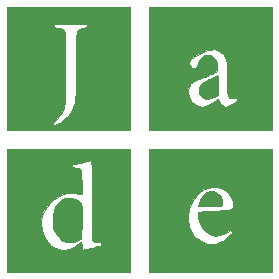
<source format=gbr>
%TF.GenerationSoftware,KiCad,Pcbnew,(5.1.6-0-10_14)*%
%TF.CreationDate,2020-10-01T11:44:37+02:00*%
%TF.ProjectId,bottom-plate,626f7474-6f6d-42d7-906c-6174652e6b69,rev?*%
%TF.SameCoordinates,Original*%
%TF.FileFunction,Legend,Top*%
%TF.FilePolarity,Positive*%
%FSLAX46Y46*%
G04 Gerber Fmt 4.6, Leading zero omitted, Abs format (unit mm)*
G04 Created by KiCad (PCBNEW (5.1.6-0-10_14)) date 2020-10-01 11:44:37*
%MOMM*%
%LPD*%
G01*
G04 APERTURE LIST*
%ADD10C,0.010000*%
G04 APERTURE END LIST*
D10*
%TO.C,G\u002A\u002A\u002A*%
G36*
X46228000Y-57107666D02*
G01*
X35771666Y-57107666D01*
X35771666Y-53017811D01*
X38692666Y-53017811D01*
X38730701Y-53458689D01*
X38841339Y-53869977D01*
X39019384Y-54244018D01*
X39259637Y-54573152D01*
X39556902Y-54849722D01*
X39905980Y-55066071D01*
X40152613Y-55168852D01*
X40472467Y-55236443D01*
X40796619Y-55219482D01*
X40978458Y-55173566D01*
X41104391Y-55122857D01*
X41278106Y-55039516D01*
X41475500Y-54935636D01*
X41650069Y-54836590D01*
X42100500Y-54571047D01*
X42112857Y-54911872D01*
X42120884Y-55080499D01*
X42132563Y-55179449D01*
X42151970Y-55223707D01*
X42183178Y-55228263D01*
X42197524Y-55223300D01*
X42268163Y-55201112D01*
X42402988Y-55164007D01*
X42583790Y-55116566D01*
X42792363Y-55063367D01*
X43010501Y-55008990D01*
X43219996Y-54958015D01*
X43402642Y-54915020D01*
X43540232Y-54884585D01*
X43561000Y-54880357D01*
X43678248Y-54851814D01*
X43734011Y-54815121D01*
X43750723Y-54750882D01*
X43751500Y-54715643D01*
X43748092Y-54649192D01*
X43725652Y-54608904D01*
X43665851Y-54584978D01*
X43550362Y-54567613D01*
X43455166Y-54557169D01*
X43284362Y-54533419D01*
X43172977Y-54500802D01*
X43095766Y-54450297D01*
X43063583Y-54417225D01*
X42968333Y-54308945D01*
X42968333Y-50966972D01*
X42968289Y-50356775D01*
X42968068Y-49825746D01*
X42967535Y-49368387D01*
X42966556Y-48979200D01*
X42964995Y-48652687D01*
X42962717Y-48383350D01*
X42959589Y-48165690D01*
X42955474Y-47994209D01*
X42950240Y-47863409D01*
X42943750Y-47767791D01*
X42935869Y-47701858D01*
X42926464Y-47660111D01*
X42915400Y-47637053D01*
X42902541Y-47627184D01*
X42887753Y-47625006D01*
X42886422Y-47625000D01*
X42781890Y-47640096D01*
X42702825Y-47663661D01*
X42621966Y-47687598D01*
X42478074Y-47723944D01*
X42291078Y-47768202D01*
X42080907Y-47815874D01*
X41867491Y-47862463D01*
X41670758Y-47903473D01*
X41510637Y-47934405D01*
X41476083Y-47940478D01*
X41371088Y-47966435D01*
X41326299Y-48010600D01*
X41317333Y-48087707D01*
X41322865Y-48155975D01*
X41352902Y-48195650D01*
X41427601Y-48219206D01*
X41560705Y-48238318D01*
X41802359Y-48286570D01*
X41970699Y-48360903D01*
X42061558Y-48459475D01*
X42061577Y-48459517D01*
X42072279Y-48522321D01*
X42083089Y-48656674D01*
X42093366Y-48849460D01*
X42102469Y-49087566D01*
X42109759Y-49357875D01*
X42112567Y-49503572D01*
X42128718Y-50471977D01*
X41987609Y-50445970D01*
X41482076Y-50390554D01*
X41003139Y-50415469D01*
X40551064Y-50520636D01*
X40126119Y-50705975D01*
X39728570Y-50971404D01*
X39470707Y-51200878D01*
X39159066Y-51559583D01*
X38928215Y-51941114D01*
X38776345Y-52349695D01*
X38701645Y-52789549D01*
X38692666Y-53017811D01*
X35771666Y-53017811D01*
X35771666Y-46651333D01*
X46228000Y-46651333D01*
X46228000Y-57107666D01*
G37*
X46228000Y-57107666D02*
X35771666Y-57107666D01*
X35771666Y-53017811D01*
X38692666Y-53017811D01*
X38730701Y-53458689D01*
X38841339Y-53869977D01*
X39019384Y-54244018D01*
X39259637Y-54573152D01*
X39556902Y-54849722D01*
X39905980Y-55066071D01*
X40152613Y-55168852D01*
X40472467Y-55236443D01*
X40796619Y-55219482D01*
X40978458Y-55173566D01*
X41104391Y-55122857D01*
X41278106Y-55039516D01*
X41475500Y-54935636D01*
X41650069Y-54836590D01*
X42100500Y-54571047D01*
X42112857Y-54911872D01*
X42120884Y-55080499D01*
X42132563Y-55179449D01*
X42151970Y-55223707D01*
X42183178Y-55228263D01*
X42197524Y-55223300D01*
X42268163Y-55201112D01*
X42402988Y-55164007D01*
X42583790Y-55116566D01*
X42792363Y-55063367D01*
X43010501Y-55008990D01*
X43219996Y-54958015D01*
X43402642Y-54915020D01*
X43540232Y-54884585D01*
X43561000Y-54880357D01*
X43678248Y-54851814D01*
X43734011Y-54815121D01*
X43750723Y-54750882D01*
X43751500Y-54715643D01*
X43748092Y-54649192D01*
X43725652Y-54608904D01*
X43665851Y-54584978D01*
X43550362Y-54567613D01*
X43455166Y-54557169D01*
X43284362Y-54533419D01*
X43172977Y-54500802D01*
X43095766Y-54450297D01*
X43063583Y-54417225D01*
X42968333Y-54308945D01*
X42968333Y-50966972D01*
X42968289Y-50356775D01*
X42968068Y-49825746D01*
X42967535Y-49368387D01*
X42966556Y-48979200D01*
X42964995Y-48652687D01*
X42962717Y-48383350D01*
X42959589Y-48165690D01*
X42955474Y-47994209D01*
X42950240Y-47863409D01*
X42943750Y-47767791D01*
X42935869Y-47701858D01*
X42926464Y-47660111D01*
X42915400Y-47637053D01*
X42902541Y-47627184D01*
X42887753Y-47625006D01*
X42886422Y-47625000D01*
X42781890Y-47640096D01*
X42702825Y-47663661D01*
X42621966Y-47687598D01*
X42478074Y-47723944D01*
X42291078Y-47768202D01*
X42080907Y-47815874D01*
X41867491Y-47862463D01*
X41670758Y-47903473D01*
X41510637Y-47934405D01*
X41476083Y-47940478D01*
X41371088Y-47966435D01*
X41326299Y-48010600D01*
X41317333Y-48087707D01*
X41322865Y-48155975D01*
X41352902Y-48195650D01*
X41427601Y-48219206D01*
X41560705Y-48238318D01*
X41802359Y-48286570D01*
X41970699Y-48360903D01*
X42061558Y-48459475D01*
X42061577Y-48459517D01*
X42072279Y-48522321D01*
X42083089Y-48656674D01*
X42093366Y-48849460D01*
X42102469Y-49087566D01*
X42109759Y-49357875D01*
X42112567Y-49503572D01*
X42128718Y-50471977D01*
X41987609Y-50445970D01*
X41482076Y-50390554D01*
X41003139Y-50415469D01*
X40551064Y-50520636D01*
X40126119Y-50705975D01*
X39728570Y-50971404D01*
X39470707Y-51200878D01*
X39159066Y-51559583D01*
X38928215Y-51941114D01*
X38776345Y-52349695D01*
X38701645Y-52789549D01*
X38692666Y-53017811D01*
X35771666Y-53017811D01*
X35771666Y-46651333D01*
X46228000Y-46651333D01*
X46228000Y-57107666D01*
G36*
X58250666Y-57107666D02*
G01*
X47794333Y-57107666D01*
X47794333Y-52408666D01*
X51122738Y-52408666D01*
X51131837Y-52751032D01*
X51170774Y-53042470D01*
X51245608Y-53313313D01*
X51357388Y-53583257D01*
X51553478Y-53911295D01*
X51804657Y-54190121D01*
X52099513Y-54414713D01*
X52426637Y-54580049D01*
X52774616Y-54681107D01*
X53132040Y-54712868D01*
X53487498Y-54670308D01*
X53689033Y-54609302D01*
X53850986Y-54539871D01*
X54025796Y-54452769D01*
X54091200Y-54416377D01*
X54195603Y-54345503D01*
X54327263Y-54241954D01*
X54471000Y-54119554D01*
X54611632Y-53992131D01*
X54733978Y-53873509D01*
X54822858Y-53777514D01*
X54863090Y-53717973D01*
X54864000Y-53712565D01*
X54842746Y-53653474D01*
X54795585Y-53571273D01*
X54727170Y-53466859D01*
X54575266Y-53600232D01*
X54353795Y-53754668D01*
X54081406Y-53882955D01*
X53791144Y-53969854D01*
X53760236Y-53976100D01*
X53442025Y-53995757D01*
X53127883Y-53937974D01*
X52830377Y-53809550D01*
X52562074Y-53617282D01*
X52335543Y-53367970D01*
X52190305Y-53126833D01*
X52119613Y-52950503D01*
X52051824Y-52728584D01*
X51994662Y-52492630D01*
X51955853Y-52274197D01*
X51943000Y-52116711D01*
X51943412Y-52074594D01*
X51950530Y-52040887D01*
X51973178Y-52014115D01*
X52020179Y-51992802D01*
X52100355Y-51975473D01*
X52222529Y-51960650D01*
X52395525Y-51946858D01*
X52628166Y-51932621D01*
X52929275Y-51916463D01*
X53234166Y-51900709D01*
X53641877Y-51878891D01*
X53973503Y-51859010D01*
X54237571Y-51839931D01*
X54442608Y-51820523D01*
X54597139Y-51799653D01*
X54709692Y-51776188D01*
X54788793Y-51748994D01*
X54842968Y-51716940D01*
X54878018Y-51682313D01*
X54930768Y-51556119D01*
X54939362Y-51372285D01*
X54904807Y-51144790D01*
X54828105Y-50887612D01*
X54819173Y-50863500D01*
X54694118Y-50624881D01*
X54509133Y-50389940D01*
X54286296Y-50180751D01*
X54047685Y-50019387D01*
X53912644Y-49957107D01*
X53566688Y-49871931D01*
X53209615Y-49866350D01*
X52850289Y-49937685D01*
X52497575Y-50083256D01*
X52160338Y-50300383D01*
X51853999Y-50579376D01*
X51555949Y-50949613D01*
X51337788Y-51342765D01*
X51196585Y-51766156D01*
X51129415Y-52227111D01*
X51122738Y-52408666D01*
X47794333Y-52408666D01*
X47794333Y-46651333D01*
X58250666Y-46651333D01*
X58250666Y-57107666D01*
G37*
X58250666Y-57107666D02*
X47794333Y-57107666D01*
X47794333Y-52408666D01*
X51122738Y-52408666D01*
X51131837Y-52751032D01*
X51170774Y-53042470D01*
X51245608Y-53313313D01*
X51357388Y-53583257D01*
X51553478Y-53911295D01*
X51804657Y-54190121D01*
X52099513Y-54414713D01*
X52426637Y-54580049D01*
X52774616Y-54681107D01*
X53132040Y-54712868D01*
X53487498Y-54670308D01*
X53689033Y-54609302D01*
X53850986Y-54539871D01*
X54025796Y-54452769D01*
X54091200Y-54416377D01*
X54195603Y-54345503D01*
X54327263Y-54241954D01*
X54471000Y-54119554D01*
X54611632Y-53992131D01*
X54733978Y-53873509D01*
X54822858Y-53777514D01*
X54863090Y-53717973D01*
X54864000Y-53712565D01*
X54842746Y-53653474D01*
X54795585Y-53571273D01*
X54727170Y-53466859D01*
X54575266Y-53600232D01*
X54353795Y-53754668D01*
X54081406Y-53882955D01*
X53791144Y-53969854D01*
X53760236Y-53976100D01*
X53442025Y-53995757D01*
X53127883Y-53937974D01*
X52830377Y-53809550D01*
X52562074Y-53617282D01*
X52335543Y-53367970D01*
X52190305Y-53126833D01*
X52119613Y-52950503D01*
X52051824Y-52728584D01*
X51994662Y-52492630D01*
X51955853Y-52274197D01*
X51943000Y-52116711D01*
X51943412Y-52074594D01*
X51950530Y-52040887D01*
X51973178Y-52014115D01*
X52020179Y-51992802D01*
X52100355Y-51975473D01*
X52222529Y-51960650D01*
X52395525Y-51946858D01*
X52628166Y-51932621D01*
X52929275Y-51916463D01*
X53234166Y-51900709D01*
X53641877Y-51878891D01*
X53973503Y-51859010D01*
X54237571Y-51839931D01*
X54442608Y-51820523D01*
X54597139Y-51799653D01*
X54709692Y-51776188D01*
X54788793Y-51748994D01*
X54842968Y-51716940D01*
X54878018Y-51682313D01*
X54930768Y-51556119D01*
X54939362Y-51372285D01*
X54904807Y-51144790D01*
X54828105Y-50887612D01*
X54819173Y-50863500D01*
X54694118Y-50624881D01*
X54509133Y-50389940D01*
X54286296Y-50180751D01*
X54047685Y-50019387D01*
X53912644Y-49957107D01*
X53566688Y-49871931D01*
X53209615Y-49866350D01*
X52850289Y-49937685D01*
X52497575Y-50083256D01*
X52160338Y-50300383D01*
X51853999Y-50579376D01*
X51555949Y-50949613D01*
X51337788Y-51342765D01*
X51196585Y-51766156D01*
X51129415Y-52227111D01*
X51122738Y-52408666D01*
X47794333Y-52408666D01*
X47794333Y-46651333D01*
X58250666Y-46651333D01*
X58250666Y-57107666D01*
G36*
X46228000Y-45085000D02*
G01*
X35771666Y-45085000D01*
X35771666Y-44456550D01*
X39654773Y-44456550D01*
X39666997Y-44515020D01*
X39670554Y-44524603D01*
X39708879Y-44617658D01*
X39733369Y-44667387D01*
X39785403Y-44675521D01*
X39895247Y-44642857D01*
X40049618Y-44574577D01*
X40235234Y-44475868D01*
X40259000Y-44462211D01*
X40432374Y-44340423D01*
X40630284Y-44167677D01*
X40834259Y-43963654D01*
X41025829Y-43748031D01*
X41186524Y-43540488D01*
X41297875Y-43360704D01*
X41303507Y-43349333D01*
X41369493Y-43206562D01*
X41426799Y-43064561D01*
X41476025Y-42916454D01*
X41517773Y-42755368D01*
X41552644Y-42574425D01*
X41581237Y-42366753D01*
X41604153Y-42125475D01*
X41621994Y-41843717D01*
X41635360Y-41514604D01*
X41644852Y-41131260D01*
X41651070Y-40686811D01*
X41654616Y-40174382D01*
X41656090Y-39587097D01*
X41656236Y-39312597D01*
X41657094Y-38758139D01*
X41659510Y-38264110D01*
X41663423Y-37834124D01*
X41668769Y-37471796D01*
X41675486Y-37180739D01*
X41683512Y-36964568D01*
X41692784Y-36826897D01*
X41700027Y-36779008D01*
X41787561Y-36605921D01*
X41938445Y-36488978D01*
X42152715Y-36428152D01*
X42156396Y-36427669D01*
X42338341Y-36402880D01*
X42452226Y-36379938D01*
X42513994Y-36350108D01*
X42539588Y-36304658D01*
X42544951Y-36234851D01*
X42545000Y-36214773D01*
X42545000Y-36066827D01*
X41179750Y-36077996D01*
X39814500Y-36089166D01*
X39801342Y-36225297D01*
X39797960Y-36296108D01*
X39814291Y-36343169D01*
X39865338Y-36374095D01*
X39966105Y-36396501D01*
X40131598Y-36418001D01*
X40195500Y-36425343D01*
X40343699Y-36455432D01*
X40473019Y-36503495D01*
X40513000Y-36527133D01*
X40559002Y-36560805D01*
X40598512Y-36593538D01*
X40632019Y-36631661D01*
X40660011Y-36681508D01*
X40682977Y-36749408D01*
X40701406Y-36841693D01*
X40715786Y-36964694D01*
X40726608Y-37124743D01*
X40734359Y-37328169D01*
X40739528Y-37581305D01*
X40742604Y-37890481D01*
X40744075Y-38262029D01*
X40744432Y-38702279D01*
X40744162Y-39217563D01*
X40743936Y-39518166D01*
X40743008Y-40131480D01*
X40740928Y-40666905D01*
X40737354Y-41131217D01*
X40731946Y-41531190D01*
X40724360Y-41873598D01*
X40714257Y-42165217D01*
X40701294Y-42412821D01*
X40685131Y-42623184D01*
X40665425Y-42803082D01*
X40641835Y-42959288D01*
X40614020Y-43098577D01*
X40581638Y-43227724D01*
X40551841Y-43329504D01*
X40423477Y-43624682D01*
X40232289Y-43908046D01*
X39998651Y-44152070D01*
X39867659Y-44253925D01*
X39742325Y-44343552D01*
X39675623Y-44405244D01*
X39654773Y-44456550D01*
X35771666Y-44456550D01*
X35771666Y-34628666D01*
X46228000Y-34628666D01*
X46228000Y-45085000D01*
G37*
X46228000Y-45085000D02*
X35771666Y-45085000D01*
X35771666Y-44456550D01*
X39654773Y-44456550D01*
X39666997Y-44515020D01*
X39670554Y-44524603D01*
X39708879Y-44617658D01*
X39733369Y-44667387D01*
X39785403Y-44675521D01*
X39895247Y-44642857D01*
X40049618Y-44574577D01*
X40235234Y-44475868D01*
X40259000Y-44462211D01*
X40432374Y-44340423D01*
X40630284Y-44167677D01*
X40834259Y-43963654D01*
X41025829Y-43748031D01*
X41186524Y-43540488D01*
X41297875Y-43360704D01*
X41303507Y-43349333D01*
X41369493Y-43206562D01*
X41426799Y-43064561D01*
X41476025Y-42916454D01*
X41517773Y-42755368D01*
X41552644Y-42574425D01*
X41581237Y-42366753D01*
X41604153Y-42125475D01*
X41621994Y-41843717D01*
X41635360Y-41514604D01*
X41644852Y-41131260D01*
X41651070Y-40686811D01*
X41654616Y-40174382D01*
X41656090Y-39587097D01*
X41656236Y-39312597D01*
X41657094Y-38758139D01*
X41659510Y-38264110D01*
X41663423Y-37834124D01*
X41668769Y-37471796D01*
X41675486Y-37180739D01*
X41683512Y-36964568D01*
X41692784Y-36826897D01*
X41700027Y-36779008D01*
X41787561Y-36605921D01*
X41938445Y-36488978D01*
X42152715Y-36428152D01*
X42156396Y-36427669D01*
X42338341Y-36402880D01*
X42452226Y-36379938D01*
X42513994Y-36350108D01*
X42539588Y-36304658D01*
X42544951Y-36234851D01*
X42545000Y-36214773D01*
X42545000Y-36066827D01*
X41179750Y-36077996D01*
X39814500Y-36089166D01*
X39801342Y-36225297D01*
X39797960Y-36296108D01*
X39814291Y-36343169D01*
X39865338Y-36374095D01*
X39966105Y-36396501D01*
X40131598Y-36418001D01*
X40195500Y-36425343D01*
X40343699Y-36455432D01*
X40473019Y-36503495D01*
X40513000Y-36527133D01*
X40559002Y-36560805D01*
X40598512Y-36593538D01*
X40632019Y-36631661D01*
X40660011Y-36681508D01*
X40682977Y-36749408D01*
X40701406Y-36841693D01*
X40715786Y-36964694D01*
X40726608Y-37124743D01*
X40734359Y-37328169D01*
X40739528Y-37581305D01*
X40742604Y-37890481D01*
X40744075Y-38262029D01*
X40744432Y-38702279D01*
X40744162Y-39217563D01*
X40743936Y-39518166D01*
X40743008Y-40131480D01*
X40740928Y-40666905D01*
X40737354Y-41131217D01*
X40731946Y-41531190D01*
X40724360Y-41873598D01*
X40714257Y-42165217D01*
X40701294Y-42412821D01*
X40685131Y-42623184D01*
X40665425Y-42803082D01*
X40641835Y-42959288D01*
X40614020Y-43098577D01*
X40581638Y-43227724D01*
X40551841Y-43329504D01*
X40423477Y-43624682D01*
X40232289Y-43908046D01*
X39998651Y-44152070D01*
X39867659Y-44253925D01*
X39742325Y-44343552D01*
X39675623Y-44405244D01*
X39654773Y-44456550D01*
X35771666Y-44456550D01*
X35771666Y-34628666D01*
X46228000Y-34628666D01*
X46228000Y-45085000D01*
G36*
X58250666Y-45085000D02*
G01*
X47794333Y-45085000D01*
X47794333Y-41906870D01*
X51140360Y-41906870D01*
X51175700Y-42144235D01*
X51177343Y-42150421D01*
X51289262Y-42416020D01*
X51466957Y-42657846D01*
X51692693Y-42858069D01*
X51948736Y-42998860D01*
X52057246Y-43034969D01*
X52240214Y-43077423D01*
X52380641Y-43087801D01*
X52514742Y-43065107D01*
X52652038Y-43018599D01*
X52773302Y-42961919D01*
X52938386Y-42870612D01*
X53122095Y-42759097D01*
X53241911Y-42681024D01*
X53629837Y-42420183D01*
X53721050Y-42608603D01*
X53803857Y-42747016D01*
X53902908Y-42869699D01*
X53937279Y-42902218D01*
X54039324Y-42969708D01*
X54166001Y-43029951D01*
X54288313Y-43071713D01*
X54377263Y-43083761D01*
X54394360Y-43079297D01*
X54441718Y-43052544D01*
X54542597Y-42994224D01*
X54679295Y-42914690D01*
X54834109Y-42824297D01*
X54989337Y-42733397D01*
X55127278Y-42652344D01*
X55230229Y-42591492D01*
X55280489Y-42561193D01*
X55282448Y-42559880D01*
X55279135Y-42517083D01*
X55249386Y-42428792D01*
X55244647Y-42417149D01*
X55191552Y-42326677D01*
X55132879Y-42310609D01*
X55122533Y-42314130D01*
X54948161Y-42359766D01*
X54777149Y-42362940D01*
X54642853Y-42323388D01*
X54634160Y-42318021D01*
X54581577Y-42275185D01*
X54539333Y-42216876D01*
X54506331Y-42134151D01*
X54481473Y-42018067D01*
X54463663Y-41859680D01*
X54451801Y-41650046D01*
X54444792Y-41380222D01*
X54441538Y-41041266D01*
X54440902Y-40743024D01*
X54439283Y-40324052D01*
X54433906Y-39979350D01*
X54423723Y-39698566D01*
X54407684Y-39471347D01*
X54384739Y-39287341D01*
X54353838Y-39136196D01*
X54313931Y-39007558D01*
X54263969Y-38891074D01*
X54250326Y-38863702D01*
X54077381Y-38611682D01*
X53852920Y-38420574D01*
X53587920Y-38294163D01*
X53293355Y-38236235D01*
X52980201Y-38250577D01*
X52694828Y-38327161D01*
X52275294Y-38507520D01*
X51867089Y-38724460D01*
X51626685Y-38875753D01*
X51413089Y-39031553D01*
X51271759Y-39164688D01*
X51197110Y-39285767D01*
X51183554Y-39405402D01*
X51225505Y-39534203D01*
X51253223Y-39585034D01*
X51346366Y-39689868D01*
X51477601Y-39779365D01*
X51610592Y-39830815D01*
X51654228Y-39835666D01*
X51772011Y-39794182D01*
X51878812Y-39672446D01*
X51971244Y-39474529D01*
X51983171Y-39439995D01*
X52091240Y-39172053D01*
X52217396Y-38955094D01*
X52352882Y-38803019D01*
X52410353Y-38761904D01*
X52574200Y-38705266D01*
X52774700Y-38692711D01*
X52977005Y-38722978D01*
X53135703Y-38788133D01*
X53335044Y-38949359D01*
X53477094Y-39158081D01*
X53565557Y-39422032D01*
X53604138Y-39748945D01*
X53604836Y-39767430D01*
X53615166Y-40068115D01*
X53342849Y-40212289D01*
X53208181Y-40276835D01*
X53014484Y-40360752D01*
X52782635Y-40455419D01*
X52533512Y-40552216D01*
X52390349Y-40605566D01*
X52079862Y-40722197D01*
X51838403Y-40821015D01*
X51653996Y-40908837D01*
X51514664Y-40992479D01*
X51408431Y-41078759D01*
X51323321Y-41174493D01*
X51277661Y-41238932D01*
X51194676Y-41423916D01*
X51147797Y-41656663D01*
X51140360Y-41906870D01*
X47794333Y-41906870D01*
X47794333Y-34628666D01*
X58250666Y-34628666D01*
X58250666Y-45085000D01*
G37*
X58250666Y-45085000D02*
X47794333Y-45085000D01*
X47794333Y-41906870D01*
X51140360Y-41906870D01*
X51175700Y-42144235D01*
X51177343Y-42150421D01*
X51289262Y-42416020D01*
X51466957Y-42657846D01*
X51692693Y-42858069D01*
X51948736Y-42998860D01*
X52057246Y-43034969D01*
X52240214Y-43077423D01*
X52380641Y-43087801D01*
X52514742Y-43065107D01*
X52652038Y-43018599D01*
X52773302Y-42961919D01*
X52938386Y-42870612D01*
X53122095Y-42759097D01*
X53241911Y-42681024D01*
X53629837Y-42420183D01*
X53721050Y-42608603D01*
X53803857Y-42747016D01*
X53902908Y-42869699D01*
X53937279Y-42902218D01*
X54039324Y-42969708D01*
X54166001Y-43029951D01*
X54288313Y-43071713D01*
X54377263Y-43083761D01*
X54394360Y-43079297D01*
X54441718Y-43052544D01*
X54542597Y-42994224D01*
X54679295Y-42914690D01*
X54834109Y-42824297D01*
X54989337Y-42733397D01*
X55127278Y-42652344D01*
X55230229Y-42591492D01*
X55280489Y-42561193D01*
X55282448Y-42559880D01*
X55279135Y-42517083D01*
X55249386Y-42428792D01*
X55244647Y-42417149D01*
X55191552Y-42326677D01*
X55132879Y-42310609D01*
X55122533Y-42314130D01*
X54948161Y-42359766D01*
X54777149Y-42362940D01*
X54642853Y-42323388D01*
X54634160Y-42318021D01*
X54581577Y-42275185D01*
X54539333Y-42216876D01*
X54506331Y-42134151D01*
X54481473Y-42018067D01*
X54463663Y-41859680D01*
X54451801Y-41650046D01*
X54444792Y-41380222D01*
X54441538Y-41041266D01*
X54440902Y-40743024D01*
X54439283Y-40324052D01*
X54433906Y-39979350D01*
X54423723Y-39698566D01*
X54407684Y-39471347D01*
X54384739Y-39287341D01*
X54353838Y-39136196D01*
X54313931Y-39007558D01*
X54263969Y-38891074D01*
X54250326Y-38863702D01*
X54077381Y-38611682D01*
X53852920Y-38420574D01*
X53587920Y-38294163D01*
X53293355Y-38236235D01*
X52980201Y-38250577D01*
X52694828Y-38327161D01*
X52275294Y-38507520D01*
X51867089Y-38724460D01*
X51626685Y-38875753D01*
X51413089Y-39031553D01*
X51271759Y-39164688D01*
X51197110Y-39285767D01*
X51183554Y-39405402D01*
X51225505Y-39534203D01*
X51253223Y-39585034D01*
X51346366Y-39689868D01*
X51477601Y-39779365D01*
X51610592Y-39830815D01*
X51654228Y-39835666D01*
X51772011Y-39794182D01*
X51878812Y-39672446D01*
X51971244Y-39474529D01*
X51983171Y-39439995D01*
X52091240Y-39172053D01*
X52217396Y-38955094D01*
X52352882Y-38803019D01*
X52410353Y-38761904D01*
X52574200Y-38705266D01*
X52774700Y-38692711D01*
X52977005Y-38722978D01*
X53135703Y-38788133D01*
X53335044Y-38949359D01*
X53477094Y-39158081D01*
X53565557Y-39422032D01*
X53604138Y-39748945D01*
X53604836Y-39767430D01*
X53615166Y-40068115D01*
X53342849Y-40212289D01*
X53208181Y-40276835D01*
X53014484Y-40360752D01*
X52782635Y-40455419D01*
X52533512Y-40552216D01*
X52390349Y-40605566D01*
X52079862Y-40722197D01*
X51838403Y-40821015D01*
X51653996Y-40908837D01*
X51514664Y-40992479D01*
X51408431Y-41078759D01*
X51323321Y-41174493D01*
X51277661Y-41238932D01*
X51194676Y-41423916D01*
X51147797Y-41656663D01*
X51140360Y-41906870D01*
X47794333Y-41906870D01*
X47794333Y-34628666D01*
X58250666Y-34628666D01*
X58250666Y-45085000D01*
G36*
X41279335Y-50792710D02*
G01*
X41584898Y-50888492D01*
X41812911Y-51017683D01*
X41893224Y-51072568D01*
X41958339Y-51121590D01*
X42009779Y-51173799D01*
X42049066Y-51238243D01*
X42077722Y-51323974D01*
X42097270Y-51440041D01*
X42109231Y-51595494D01*
X42115128Y-51799384D01*
X42116484Y-52060759D01*
X42114819Y-52388670D01*
X42111658Y-52792168D01*
X42111646Y-52793679D01*
X42100500Y-54250166D01*
X41810882Y-54395541D01*
X41640510Y-54474430D01*
X41495238Y-54520799D01*
X41335637Y-54544455D01*
X41175882Y-54553443D01*
X40904961Y-54549850D01*
X40700083Y-54515780D01*
X40649877Y-54499555D01*
X40523432Y-54435212D01*
X40372947Y-54333347D01*
X40245914Y-54229019D01*
X40013039Y-53972189D01*
X39842609Y-53680365D01*
X39731086Y-53344197D01*
X39674930Y-52954336D01*
X39666333Y-52698189D01*
X39688694Y-52265673D01*
X39757825Y-51895908D01*
X39876798Y-51579129D01*
X40048687Y-51305569D01*
X40137209Y-51201417D01*
X40391135Y-50982613D01*
X40672660Y-50840845D01*
X40971991Y-50777186D01*
X41279335Y-50792710D01*
G37*
X41279335Y-50792710D02*
X41584898Y-50888492D01*
X41812911Y-51017683D01*
X41893224Y-51072568D01*
X41958339Y-51121590D01*
X42009779Y-51173799D01*
X42049066Y-51238243D01*
X42077722Y-51323974D01*
X42097270Y-51440041D01*
X42109231Y-51595494D01*
X42115128Y-51799384D01*
X42116484Y-52060759D01*
X42114819Y-52388670D01*
X42111658Y-52792168D01*
X42111646Y-52793679D01*
X42100500Y-54250166D01*
X41810882Y-54395541D01*
X41640510Y-54474430D01*
X41495238Y-54520799D01*
X41335637Y-54544455D01*
X41175882Y-54553443D01*
X40904961Y-54549850D01*
X40700083Y-54515780D01*
X40649877Y-54499555D01*
X40523432Y-54435212D01*
X40372947Y-54333347D01*
X40245914Y-54229019D01*
X40013039Y-53972189D01*
X39842609Y-53680365D01*
X39731086Y-53344197D01*
X39674930Y-52954336D01*
X39666333Y-52698189D01*
X39688694Y-52265673D01*
X39757825Y-51895908D01*
X39876798Y-51579129D01*
X40048687Y-51305569D01*
X40137209Y-51201417D01*
X40391135Y-50982613D01*
X40672660Y-50840845D01*
X40971991Y-50777186D01*
X41279335Y-50792710D01*
G36*
X53255809Y-50264328D02*
G01*
X53497255Y-50335083D01*
X53701020Y-50461073D01*
X53715441Y-50473937D01*
X53823563Y-50605084D01*
X53912073Y-50771783D01*
X53976861Y-50955323D01*
X54013819Y-51136994D01*
X54018839Y-51298084D01*
X53987812Y-51419885D01*
X53935449Y-51475843D01*
X53865129Y-51490520D01*
X53719504Y-51502644D01*
X53507908Y-51511812D01*
X53239676Y-51517620D01*
X52924141Y-51519666D01*
X51989896Y-51519666D01*
X52055836Y-51297416D01*
X52177446Y-50975414D01*
X52334125Y-50699762D01*
X52517422Y-50482111D01*
X52718886Y-50334108D01*
X52773274Y-50308443D01*
X53005032Y-50253788D01*
X53255809Y-50264328D01*
G37*
X53255809Y-50264328D02*
X53497255Y-50335083D01*
X53701020Y-50461073D01*
X53715441Y-50473937D01*
X53823563Y-50605084D01*
X53912073Y-50771783D01*
X53976861Y-50955323D01*
X54013819Y-51136994D01*
X54018839Y-51298084D01*
X53987812Y-51419885D01*
X53935449Y-51475843D01*
X53865129Y-51490520D01*
X53719504Y-51502644D01*
X53507908Y-51511812D01*
X53239676Y-51517620D01*
X52924141Y-51519666D01*
X51989896Y-51519666D01*
X52055836Y-51297416D01*
X52177446Y-50975414D01*
X52334125Y-50699762D01*
X52517422Y-50482111D01*
X52718886Y-50334108D01*
X52773274Y-50308443D01*
X53005032Y-50253788D01*
X53255809Y-50264328D01*
G36*
X53622834Y-40468523D02*
G01*
X53628094Y-40580521D01*
X53632298Y-40751472D01*
X53635141Y-40968517D01*
X53636318Y-41218801D01*
X53636333Y-41250950D01*
X53636333Y-42073568D01*
X53511195Y-42162674D01*
X53286975Y-42294382D01*
X53049632Y-42386097D01*
X52820881Y-42432201D01*
X52622438Y-42427075D01*
X52556833Y-42409576D01*
X52326898Y-42285760D01*
X52159336Y-42108006D01*
X52059875Y-41885301D01*
X52034242Y-41626633D01*
X52036451Y-41592968D01*
X52056318Y-41447872D01*
X52095897Y-41326204D01*
X52164928Y-41218847D01*
X52273150Y-41116680D01*
X52430301Y-41010582D01*
X52646121Y-40891434D01*
X52930348Y-40750116D01*
X52943056Y-40743980D01*
X53158445Y-40640587D01*
X53346289Y-40551407D01*
X53493796Y-40482434D01*
X53588172Y-40439660D01*
X53616822Y-40428333D01*
X53622834Y-40468523D01*
G37*
X53622834Y-40468523D02*
X53628094Y-40580521D01*
X53632298Y-40751472D01*
X53635141Y-40968517D01*
X53636318Y-41218801D01*
X53636333Y-41250950D01*
X53636333Y-42073568D01*
X53511195Y-42162674D01*
X53286975Y-42294382D01*
X53049632Y-42386097D01*
X52820881Y-42432201D01*
X52622438Y-42427075D01*
X52556833Y-42409576D01*
X52326898Y-42285760D01*
X52159336Y-42108006D01*
X52059875Y-41885301D01*
X52034242Y-41626633D01*
X52036451Y-41592968D01*
X52056318Y-41447872D01*
X52095897Y-41326204D01*
X52164928Y-41218847D01*
X52273150Y-41116680D01*
X52430301Y-41010582D01*
X52646121Y-40891434D01*
X52930348Y-40750116D01*
X52943056Y-40743980D01*
X53158445Y-40640587D01*
X53346289Y-40551407D01*
X53493796Y-40482434D01*
X53588172Y-40439660D01*
X53616822Y-40428333D01*
X53622834Y-40468523D01*
%TD*%
M02*

</source>
